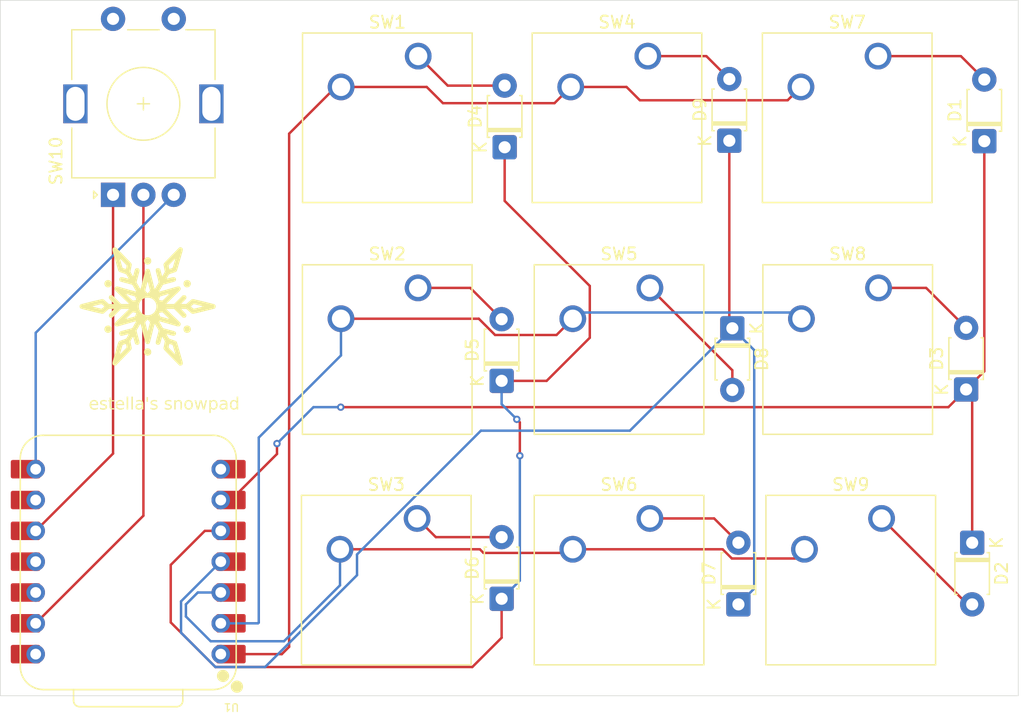
<source format=kicad_pcb>
(kicad_pcb (version 20241229) (generator "pcbnew") (generator_version "9.0")
  (layers (0 "F.Cu" signal) (2 "B.Cu" signal) (13 "F.Paste" user) (15 "B.Paste" user) (5 "F.SilkS" user "F.Silkscreen") (7 "B.SilkS" user "B.Silkscreen") (1 "F.Mask" user) (3 "B.Mask" user) (25 "Edge.Cuts" user))
  (net 0 "")
  (net 1 "row2")
  (net 2 "Net-(D1-A)")
  (net 3 "Net-(D2-A)")
  (net 4 "Net-(D3-A)")
  (net 5 "Net-(D4-A)")
  (net 6 "row1")
  (net 7 "Net-(D5-A)")
  (net 8 "Net-(D6-A)")
  (net 9 "Net-(D7-A)")
  (net 10 "row0")
  (net 11 "Net-(D8-A)")
  (net 12 "Net-(D9-A)")
  (net 13 "col1")
  (net 14 "col2")
  (net 15 "col3")
  (net 16 "Net-(U1-GPIO4{slash}MISO)")
  (net 17 "Net-(U1-GPIO1{slash}RX)")
  (net 18 "GND")
  (net 22 "b")
  (net 23 "a")
  (footprint "Button_Switch_Keyboard:SW_Cherry_MX_1.00u_PCB" (layer "F.Cu") (at 172.71 78.67)
    (property "Reference" "SW5" (at -2.54 -2.794 0) (layer "F.SilkS"))
    (property "Value" "SW_Push")
    (pad "" np_thru_hole circle (at -7.62 5.08) (size 1.7 1.7) (drill 1.7) (layers "*.Cu" "*.Mask"))
    (pad "" np_thru_hole circle (at -2.54 5.08) (size 4 4) (drill 4) (layers "*.Cu" "*.Mask"))
    (pad "" np_thru_hole circle (at 2.54 5.08) (size 1.7 1.7) (drill 1.7) (layers "*.Cu" "*.Mask"))
    (pad "1" thru_hole circle (at 0 0) (size 2.2 2.2) (drill 1.5) (layers "*.Cu" "*.Mask") (net 11 "Net-(D8-A)"))
    (pad "2" thru_hole circle (at -6.35 2.54) (size 2.2 2.2) (drill 1.5) (layers "*.Cu" "*.Mask") (net 14 "col2"))
  )
  (footprint "KiCad:XIAO-RP2040-DIP" (layer "F.Cu") (at 129.75 101.2315 180)
    (property "Reference" "U1" (at -8.5 -12 180) (layer "F.SilkS") (effects (font (size 0.635 0.635) (thickness 0.1016))))
    (property "Value" "XIAO-RP2040-DIP" (hide yes))
    (pad "1" smd roundrect (at -8.455 -7.62) (size 2.432 1.524) (layers "F.Cu" "F.Mask") (roundrect_rratio 0.1) (net 13 "col1"))
    (pad "1" thru_hole circle (at -7.62 -7.62) (size 1.524 1.524) (drill 0.889) (layers "*.Cu" "*.Mask") (net 13 "col1"))
    (pad "2" smd roundrect (at -8.455 -5.08) (size 2.432 1.524) (layers "F.Cu" "F.Mask") (roundrect_rratio 0.1) (net 14 "col2"))
    (pad "2" thru_hole circle (at -7.62 -5.08) (size 1.524 1.524) (drill 0.889) (layers "*.Cu" "*.Mask") (net 14 "col2"))
    (pad "3" smd roundrect (at -8.455 -2.54) (size 2.432 1.524) (layers "F.Cu" "F.Mask") (roundrect_rratio 0.1) (net 15 "col3"))
    (pad "3" thru_hole circle (at -7.62 -2.54) (size 1.524 1.524) (drill 0.889) (layers "*.Cu" "*.Mask") (net 15 "col3"))
    (pad "4" smd roundrect (at -8.455 0) (size 2.432 1.524) (layers "F.Cu" "F.Mask") (roundrect_rratio 0.1) (net 10 "row0"))
    (pad "4" thru_hole circle (at -7.62 0) (size 1.524 1.524) (drill 0.889) (layers "*.Cu" "*.Mask") (net 10 "row0"))
    (pad "5" smd roundrect (at -8.455 2.54) (size 2.432 1.524) (layers "F.Cu" "F.Mask") (roundrect_rratio 0.1) (net 6 "row1"))
    (pad "5" thru_hole circle (at -7.62 2.54) (size 1.524 1.524) (drill 0.889) (layers "*.Cu" "*.Mask") (net 6 "row1"))
    (pad "6" smd roundrect (at -8.455 5.08) (size 2.432 1.524) (layers "F.Cu" "F.Mask") (roundrect_rratio 0.1) (net 1 "row2"))
    (pad "6" thru_hole circle (at -7.62 5.08) (size 1.524 1.524) (drill 0.889) (layers "*.Cu" "*.Mask") (net 1 "row2"))
    (pad "7" smd roundrect (at -8.455 7.62) (size 2.432 1.524) (layers "F.Cu" "F.Mask") (roundrect_rratio 0.1) (net 23 "a"))
    (pad "7" thru_hole circle (at -7.62 7.62) (size 1.524 1.524) (drill 0.889) (layers "*.Cu" "*.Mask") (net 23 "a"))
    (pad "8" thru_hole circle (at 7.62 7.62 180) (size 1.524 1.524) (drill 0.889) (layers "*.Cu" "*.Mask") (net 17 "Net-(U1-GPIO1{slash}RX)"))
    (pad "8" smd roundrect (at 8.455 7.62 180) (size 2.432 1.524) (layers "F.Cu" "F.Mask") (roundrect_rratio 0.1) (net 17 "Net-(U1-GPIO1{slash}RX)"))
    (pad "9" thru_hole circle (at 7.62 5.08 180) (size 1.524 1.524) (drill 0.889) (layers "*.Cu" "*.Mask"))
    (pad "9" smd roundrect (at 8.455 5.08 180) (size 2.432 1.524) (layers "F.Cu" "F.Mask") (roundrect_rratio 0.1))
    (pad "10" thru_hole circle (at 7.62 2.54 180) (size 1.524 1.524) (drill 0.889) (layers "*.Cu" "*.Mask") (net 16 "Net-(U1-GPIO4{slash}MISO)"))
    (pad "10" smd roundrect (at 8.455 2.54 180) (size 2.432 1.524) (layers "F.Cu" "F.Mask") (roundrect_rratio 0.1) (net 16 "Net-(U1-GPIO4{slash}MISO)"))
    (pad "11" thru_hole circle (at 7.62 0 180) (size 1.524 1.524) (drill 0.889) (layers "*.Cu" "*.Mask") (net 22 "b"))
    (pad "11" smd roundrect (at 8.455 0 180) (size 2.432 1.524) (layers "F.Cu" "F.Mask") (roundrect_rratio 0.1) (net 22 "b"))
    (pad "12" thru_hole circle (at 7.62 -2.54 180) (size 1.524 1.524) (drill 0.889) (layers "*.Cu" "*.Mask"))
    (pad "12" smd roundrect (at 8.455 -2.54 180) (size 2.432 1.524) (layers "F.Cu" "F.Mask") (roundrect_rratio 0.1))
    (pad "13" thru_hole circle (at 7.62 -5.08 180) (size 1.524 1.524) (drill 0.889) (layers "*.Cu" "*.Mask") (net 18 "GND"))
    (pad "13" smd roundrect (at 8.455 -5.08 180) (size 2.432 1.524) (layers "F.Cu" "F.Mask") (roundrect_rratio 0.1) (net 18 "GND"))
    (pad "14" thru_hole circle (at 7.62 -7.62 180) (size 1.524 1.524) (drill 0.889) (layers "*.Cu" "*.Mask"))
    (pad "14" smd roundrect (at 8.455 -7.62 180) (size 2.432 1.524) (layers "F.Cu" "F.Mask") (roundrect_rratio 0.1))
  )
  (footprint "Diode_THT:D_T-1_P5.08mm_Horizontal" (layer "F.Cu") (at 160.5 104.29 90)
    (property "Reference" "D6" (at 2.54 -2.42 90) (layer "F.SilkS"))
    (property "Value" "D")
    (fp_text user "K" (at 0 -2 90) (layer "F.SilkS"))
    (pad "1" thru_hole roundrect (at 0 0 90) (size 2 2) (drill 1) (layers "*.Cu" "*.Mask") (roundrect_rratio 0.125) (net 6 "row1"))
    (pad "2" thru_hole circle (at 5.08 0 90) (size 2 2) (drill 1) (layers "*.Cu" "*.Mask") (net 8 "Net-(D6-A)"))
  )
  (footprint "Button_Switch_Keyboard:SW_Cherry_MX_1.00u_PCB" (layer "F.Cu") (at 153.63 59.57)
    (property "Reference" "SW1" (at -2.54 -2.794 0) (layer "F.SilkS"))
    (property "Value" "SW_Push")
    (pad "" np_thru_hole circle (at -7.62 5.08) (size 1.7 1.7) (drill 1.7) (layers "*.Cu" "*.Mask"))
    (pad "" np_thru_hole circle (at -2.54 5.08) (size 4 4) (drill 4) (layers "*.Cu" "*.Mask"))
    (pad "" np_thru_hole circle (at 2.54 5.08) (size 1.7 1.7) (drill 1.7) (layers "*.Cu" "*.Mask"))
    (pad "1" thru_hole circle (at 0 0) (size 2.2 2.2) (drill 1.5) (layers "*.Cu" "*.Mask") (net 5 "Net-(D4-A)"))
    (pad "2" thru_hole circle (at -6.35 2.54) (size 2.2 2.2) (drill 1.5) (layers "*.Cu" "*.Mask") (net 13 "col1"))
  )
  (footprint "Button_Switch_Keyboard:SW_Cherry_MX_1.00u_PCB" (layer "F.Cu") (at 191.54 78.67)
    (property "Reference" "SW8" (at -2.54 -2.794 0) (layer "F.SilkS"))
    (property "Value" "SW_Push")
    (pad "" np_thru_hole circle (at -7.62 5.08) (size 1.7 1.7) (drill 1.7) (layers "*.Cu" "*.Mask"))
    (pad "" np_thru_hole circle (at -2.54 5.08) (size 4 4) (drill 4) (layers "*.Cu" "*.Mask"))
    (pad "" np_thru_hole circle (at 2.54 5.08) (size 1.7 1.7) (drill 1.7) (layers "*.Cu" "*.Mask"))
    (pad "1" thru_hole circle (at 0 0) (size 2.2 2.2) (drill 1.5) (layers "*.Cu" "*.Mask") (net 4 "Net-(D3-A)"))
    (pad "2" thru_hole circle (at -6.35 2.54) (size 2.2 2.2) (drill 1.5) (layers "*.Cu" "*.Mask") (net 14 "col2"))
  )
  (footprint "Diode_THT:D_T-1_P5.08mm_Horizontal" (layer "F.Cu") (at 179.5 82 -90)
    (property "Reference" "D8" (at 2.54 -2.42 270) (layer "F.SilkS"))
    (property "Value" "D")
    (fp_text user "K" (at 0 -2 270) (layer "F.SilkS"))
    (pad "1" thru_hole roundrect (at 0 0 270) (size 2 2) (drill 1) (layers "*.Cu" "*.Mask") (roundrect_rratio 0.125) (net 10 "row0"))
    (pad "2" thru_hole circle (at 5.08 0 270) (size 2 2) (drill 1) (layers "*.Cu" "*.Mask") (net 11 "Net-(D8-A)"))
  )
  (footprint "Diode_THT:D_T-1_P5.08mm_Horizontal" (layer "F.Cu") (at 200.25 66.58 90)
    (property "Reference" "D1" (at 2.54 -2.42 90) (layer "F.SilkS"))
    (property "Value" "D")
    (fp_text user "K" (at 0 -2 90) (layer "F.SilkS"))
    (pad "1" thru_hole roundrect (at 0 0 90) (size 2 2) (drill 1) (layers "*.Cu" "*.Mask") (roundrect_rratio 0.125) (net 1 "row2"))
    (pad "2" thru_hole circle (at 5.08 0 90) (size 2 2) (drill 1) (layers "*.Cu" "*.Mask") (net 2 "Net-(D1-A)"))
  )
  (footprint "Diode_THT:D_T-1_P5.08mm_Horizontal" (layer "F.Cu") (at 180 104.75 90)
    (property "Reference" "D7" (at 2.54 -2.42 90) (layer "F.SilkS"))
    (property "Value" "D")
    (fp_text user "K" (at 0 -2 90) (layer "F.SilkS"))
    (pad "1" thru_hole roundrect (at 0 0 90) (size 2 2) (drill 1) (layers "*.Cu" "*.Mask") (roundrect_rratio 0.125) (net 10 "row0"))
    (pad "2" thru_hole circle (at 5.08 0 90) (size 2 2) (drill 1) (layers "*.Cu" "*.Mask") (net 9 "Net-(D7-A)"))
  )
  (footprint "Graphics:Untitled" (layer "F.Cu") (at 131.39 80.17 90)
    (property "Reference" "G***" (hide yes))
    (property "Value" "LOGO" (hide yes))
  )
  (footprint "Diode_THT:D_T-1_P5.08mm_Horizontal" (layer "F.Cu") (at 198.75 87.04 90)
    (property "Reference" "D3" (at 2.54 -2.42 90) (layer "F.SilkS"))
    (property "Value" "D")
    (fp_text user "K" (at 0 -2 90) (layer "F.SilkS"))
    (pad "1" thru_hole roundrect (at 0 0 90) (size 2 2) (drill 1) (layers "*.Cu" "*.Mask") (roundrect_rratio 0.125) (net 1 "row2"))
    (pad "2" thru_hole circle (at 5.08 0 90) (size 2 2) (drill 1) (layers "*.Cu" "*.Mask") (net 4 "Net-(D3-A)"))
  )
  (footprint "Diode_THT:D_T-1_P5.08mm_Horizontal" (layer "F.Cu") (at 179.25 66.54 90)
    (property "Reference" "D9" (at 2.54 -2.42 90) (layer "F.SilkS"))
    (property "Value" "D")
    (fp_text user "K" (at 0 -2 90) (layer "F.SilkS"))
    (pad "1" thru_hole roundrect (at 0 0 90) (size 2 2) (drill 1) (layers "*.Cu" "*.Mask") (roundrect_rratio 0.125) (net 10 "row0"))
    (pad "2" thru_hole circle (at 5.08 0 90) (size 2 2) (drill 1) (layers "*.Cu" "*.Mask") (net 12 "Net-(D9-A)"))
  )
  (footprint "Button_Switch_Keyboard:SW_Cherry_MX_1.00u_PCB" (layer "F.Cu") (at 172.54 59.57)
    (property "Reference" "SW4" (at -2.54 -2.794 0) (layer "F.SilkS"))
    (property "Value" "SW_Push")
    (pad "" np_thru_hole circle (at -7.62 5.08) (size 1.7 1.7) (drill 1.7) (layers "*.Cu" "*.Mask"))
    (pad "" np_thru_hole circle (at -2.54 5.08) (size 4 4) (drill 4) (layers "*.Cu" "*.Mask"))
    (pad "" np_thru_hole circle (at 2.54 5.08) (size 1.7 1.7) (drill 1.7) (layers "*.Cu" "*.Mask"))
    (pad "1" thru_hole circle (at 0 0) (size 2.2 2.2) (drill 1.5) (layers "*.Cu" "*.Mask") (net 12 "Net-(D9-A)"))
    (pad "2" thru_hole circle (at -6.35 2.54) (size 2.2 2.2) (drill 1.5) (layers "*.Cu" "*.Mask") (net 13 "col1"))
  )
  (footprint "Diode_THT:D_T-1_P5.08mm_Horizontal" (layer "F.Cu") (at 199.25 99.67 -90)
    (property "Reference" "D2" (at 2.54 -2.42 270) (layer "F.SilkS"))
    (property "Value" "D")
    (fp_text user "K" (at 0 -2 270) (layer "F.SilkS"))
    (pad "1" thru_hole roundrect (at 0 0 270) (size 2 2) (drill 1) (layers "*.Cu" "*.Mask") (roundrect_rratio 0.125) (net 1 "row2"))
    (pad "2" thru_hole circle (at 5.08 0 270) (size 2 2) (drill 1) (layers "*.Cu" "*.Mask") (net 3 "Net-(D2-A)"))
  )
  (footprint "Button_Switch_Keyboard:SW_Cherry_MX_1.00u_PCB" (layer "F.Cu") (at 153.54 97.67)
    (property "Reference" "SW3" (at -2.54 -2.794 0) (layer "F.SilkS"))
    (property "Value" "SW_Push")
    (pad "" np_thru_hole circle (at -7.62 5.08) (size 1.7 1.7) (drill 1.7) (layers "*.Cu" "*.Mask"))
    (pad "" np_thru_hole circle (at -2.54 5.08) (size 4 4) (drill 4) (layers "*.Cu" "*.Mask"))
    (pad "" np_thru_hole circle (at 2.54 5.08) (size 1.7 1.7) (drill 1.7) (layers "*.Cu" "*.Mask"))
    (pad "1" thru_hole circle (at 0 0) (size 2.2 2.2) (drill 1.5) (layers "*.Cu" "*.Mask") (net 8 "Net-(D6-A)"))
    (pad "2" thru_hole circle (at -6.35 2.54) (size 2.2 2.2) (drill 1.5) (layers "*.Cu" "*.Mask") (net 15 "col3"))
  )
  (footprint "Diode_THT:D_T-1_P5.08mm_Horizontal" (layer "F.Cu") (at 160.75 67.08 90)
    (property "Reference" "D4" (at 2.54 -2.42 90) (layer "F.SilkS"))
    (property "Value" "D")
    (fp_text user "K" (at 0 -2 90) (layer "F.SilkS"))
    (pad "1" thru_hole roundrect (at 0 0 90) (size 2 2) (drill 1) (layers "*.Cu" "*.Mask") (roundrect_rratio 0.125) (net 6 "row1"))
    (pad "2" thru_hole circle (at 5.08 0 90) (size 2 2) (drill 1) (layers "*.Cu" "*.Mask") (net 5 "Net-(D4-A)"))
  )
  (footprint "Button_Switch_Keyboard:SW_Cherry_MX_1.00u_PCB" (layer "F.Cu") (at 191.79 97.67)
    (property "Reference" "SW9" (at -2.54 -2.794 0) (layer "F.SilkS"))
    (property "Value" "SW_Push")
    (pad "" np_thru_hole circle (at -7.62 5.08) (size 1.7 1.7) (drill 1.7) (layers "*.Cu" "*.Mask"))
    (pad "" np_thru_hole circle (at -2.54 5.08) (size 4 4) (drill 4) (layers "*.Cu" "*.Mask"))
    (pad "" np_thru_hole circle (at 2.54 5.08) (size 1.7 1.7) (drill 1.7) (layers "*.Cu" "*.Mask"))
    (pad "1" thru_hole circle (at 0 0) (size 2.2 2.2) (drill 1.5) (layers "*.Cu" "*.Mask") (net 3 "Net-(D2-A)"))
    (pad "2" thru_hole circle (at -6.35 2.54) (size 2.2 2.2) (drill 1.5) (layers "*.Cu" "*.Mask") (net 15 "col3"))
  )
  (footprint "Diode_THT:D_T-1_P5.08mm_Horizontal" (layer "F.Cu") (at 160.5 86.33 90)
    (property "Reference" "D5" (at 2.54 -2.42 90) (layer "F.SilkS"))
    (property "Value" "D")
    (fp_text user "K" (at 0 -2 90) (layer "F.SilkS"))
    (pad "1" thru_hole roundrect (at 0 0 90) (size 2 2) (drill 1) (layers "*.Cu" "*.Mask") (roundrect_rratio 0.125) (net 6 "row1"))
    (pad "2" thru_hole circle (at 5.08 0 90) (size 2 2) (drill 1) (layers "*.Cu" "*.Mask") (net 7 "Net-(D5-A)"))
  )
  (footprint "Rotary_Encoder:RotaryEncoder_Alps_EC11E-Switch_Vertical_H20mm" (layer "F.Cu") (at 128.5 71 90)
    (property "Reference" "SW10" (at 2.8 -4.7 90) (layer "F.SilkS"))
    (property "Value" "RotaryEncoder")
    (pad "A" thru_hole rect (at 0 0 90) (size 2 2) (drill 1) (layers "*.Cu" "*.Mask") (net 16 "Net-(U1-GPIO4{slash}MISO)"))
    (pad "B" thru_hole circle (at 0 5 90) (size 2 2) (drill 1) (layers "*.Cu" "*.Mask") (net 17 "Net-(U1-GPIO1{slash}RX)"))
    (pad "C" thru_hole circle (at 0 2.5 90) (size 2 2) (drill 1) (layers "*.Cu" "*.Mask") (net 18 "GND"))
    (pad "MP" thru_hole rect (at 7.5 -3.1 90) (size 3.2 2) (drill oval 2.8 1.5) (layers "*.Cu" "*.Mask"))
    (pad "MP" thru_hole rect (at 7.5 8.1 90) (size 3.2 2) (drill oval 2.8 1.5) (layers "*.Cu" "*.Mask"))
    (pad "S1" thru_hole circle (at 14.5 5 90) (size 2 2) (drill 1) (layers "*.Cu" "*.Mask"))
    (pad "S2" thru_hole circle (at 14.5 0 90) (size 2 2) (drill 1) (layers "*.Cu" "*.Mask"))
  )
  (footprint "Button_Switch_Keyboard:SW_Cherry_MX_1.00u_PCB" (layer "F.Cu") (at 191.5 59.57)
    (property "Reference" "SW7" (at -2.54 -2.794 0) (layer "F.SilkS"))
    (property "Value" "SW_Push")
    (pad "" np_thru_hole circle (at -7.62 5.08) (size 1.7 1.7) (drill 1.7) (layers "*.Cu" "*.Mask"))
    (pad "" np_thru_hole circle (at -2.54 5.08) (size 4 4) (drill 4) (layers "*.Cu" "*.Mask"))
    (pad "" np_thru_hole circle (at 2.54 5.08) (size 1.7 1.7) (drill 1.7) (layers "*.Cu" "*.Mask"))
    (pad "1" thru_hole circle (at 0 0) (size 2.2 2.2) (drill 1.5) (layers "*.Cu" "*.Mask") (net 2 "Net-(D1-A)"))
    (pad "2" thru_hole circle (at -6.35 2.54) (size 2.2 2.2) (drill 1.5) (layers "*.Cu" "*.Mask") (net 13 "col1"))
  )
  (footprint "Button_Switch_Keyboard:SW_Cherry_MX_1.00u_PCB" (layer "F.Cu") (at 172.71 97.67)
    (property "Reference" "SW6" (at -2.54 -2.794 0) (layer "F.SilkS"))
    (property "Value" "SW_Push")
    (pad "" np_thru_hole circle (at -7.62 5.08) (size 1.7 1.7) (drill 1.7) (layers "*.Cu" "*.Mask"))
    (pad "" np_thru_hole circle (at -2.54 5.08) (size 4 4) (drill 4) (layers "*.Cu" "*.Mask"))
    (pad "" np_thru_hole circle (at 2.54 5.08) (size 1.7 1.7) (drill 1.7) (layers "*.Cu" "*.Mask"))
    (pad "1" thru_hole circle (at 0 0) (size 2.2 2.2) (drill 1.5) (layers "*.Cu" "*.Mask") (net 9 "Net-(D7-A)"))
    (pad "2" thru_hole circle (at -6.35 2.54) (size 2.2 2.2) (drill 1.5) (layers "*.Cu" "*.Mask") (net 15 "col3"))
  )
  (footprint "Button_Switch_Keyboard:SW_Cherry_MX_1.00u_PCB" (layer "F.Cu") (at 153.62 78.67)
    (property "Reference" "SW2" (at -2.54 -2.794 0) (layer "F.SilkS"))
    (property "Value" "SW_Push")
    (pad "" np_thru_hole circle (at -7.62 5.08) (size 1.7 1.7) (drill 1.7) (layers "*.Cu" "*.Mask"))
    (pad "" np_thru_hole circle (at -2.54 5.08) (size 4 4) (drill 4) (layers "*.Cu" "*.Mask"))
    (pad "" np_thru_hole circle (at 2.54 5.08) (size 1.7 1.7) (drill 1.7) (layers "*.Cu" "*.Mask"))
    (pad "1" thru_hole circle (at 0 0) (size 2.2 2.2) (drill 1.5) (layers "*.Cu" "*.Mask") (net 7 "Net-(D5-A)"))
    (pad "2" thru_hole circle (at -6.35 2.54) (size 2.2 2.2) (drill 1.5) (layers "*.Cu" "*.Mask") (net 14 "col2"))
  )
  (gr_rect (start 119.215 54.97) (end 203.045 112.28) (stroke (width 0.05)) (fill no) (layer "Edge.Cuts"))
  (gr_text "estella's snowpad" (at 126.49 88.86 0) (layer "F.SilkS") (effects (font (size 1 1) (thickness 0.1)) (justify left bottom)))
  (segment (start 200.25 85.54) (end 198.75 87.04) (width 0.2) (layer "F.Cu") (net 1))
  (segment (start 147.25 88.5) (end 197.29 88.5) (width 0.2) (layer "F.Cu") (net 1))
  (segment (start 138.205 96.1515) (end 142 92.3565) (width 0.2) (layer "F.Cu") (net 1))
  (segment (start 199.25 87.54) (end 198.75 87.04) (width 0.2) (layer "F.Cu") (net 1))
  (segment (start 142 92.3565) (end 142 91.5) (width 0.2) (layer "F.Cu") (net 1))
  (segment (start 197.29 88.5) (end 198.75 87.04) (width 0.2) (layer "F.Cu") (net 1))
  (segment (start 199.25 99.67) (end 199.25 87.54) (width 0.2) (layer "F.Cu") (net 1))
  (segment (start 200.25 66.58) (end 200.25 85.54) (width 0.2) (layer "F.Cu") (net 1))
  (via (at 147.25 88.5) (size 0.6) (drill 0.3) (layers "F.Cu" "B.Cu") (net 1))
  (via (at 142 91.5) (size 0.6) (drill 0.3) (layers "F.Cu" "B.Cu") (net 1))
  (segment (start 145 88.5) (end 147.25 88.5) (width 0.2) (layer "B.Cu") (net 1))
  (segment (start 142 91.5) (end 145 88.5) (width 0.2) (layer "B.Cu") (net 1))
  (segment (start 191.5 59.57) (end 198.32 59.57) (width 0.2) (layer "F.Cu") (net 2))
  (segment (start 198.32 59.57) (end 200.25 61.5) (width 0.2) (layer "F.Cu") (net 2))
  (segment (start 191.79 97.67) (end 198.87 104.75) (width 0.2) (layer "F.Cu") (net 3))
  (segment (start 198.87 104.75) (end 199.25 104.75) (width 0.2) (layer "F.Cu") (net 3))
  (segment (start 198.75 81.96) (end 195.46 78.67) (width 0.2) (layer "F.Cu") (net 4))
  (segment (start 195.46 78.67) (end 191.54 78.67) (width 0.2) (layer "F.Cu") (net 4))
  (segment (start 153.63 59.57) (end 156.06 62) (width 0.2) (layer "F.Cu") (net 5))
  (segment (start 156.06 62) (end 160.75 62) (width 0.2) (layer "F.Cu") (net 5))
  (segment (start 158.0855 109.9145) (end 160.5 107.5) (width 0.2) (layer "F.Cu") (net 6))
  (segment (start 160.75 71.5) (end 160.75 67.08) (width 0.2) (layer "F.Cu") (net 6))
  (segment (start 136.0585 98.6915) (end 133.25 101.5) (width 0.2) (layer "F.Cu") (net 6))
  (segment (start 167.761 78.511) (end 160.75 71.5) (width 0.2) (layer "F.Cu") (net 6))
  (segment (start 167.761 82.77747) (end 167.761 78.511) (width 0.2) (layer "F.Cu") (net 6))
  (segment (start 162 92.5) (end 162 89.75) (width 0.2) (layer "F.Cu") (net 6))
  (segment (start 162 89.75) (end 161.75 89.5) (width 0.2) (layer "F.Cu") (net 6))
  (segment (start 160.5 86.33) (end 164.20847 86.33) (width 0.2) (layer "F.Cu") (net 6))
  (segment (start 138.205 98.6915) (end 136.0585 98.6915) (width 0.2) (layer "F.Cu") (net 6))
  (segment (start 133.25 101.5) (end 133.25 106.23481) (width 0.2) (layer "F.Cu") (net 6))
  (segment (start 164.20847 86.33) (end 167.761 82.77747) (width 0.2) (layer "F.Cu") (net 6))
  (segment (start 136.92969 109.9145) (end 158.0855 109.9145) (width 0.2) (layer "F.Cu") (net 6))
  (segment (start 160.5 107.5) (end 160.5 104.29) (width 0.2) (layer "F.Cu") (net 6))
  (segment (start 133.25 106.23481) (end 136.92969 109.9145) (width 0.2) (layer "F.Cu") (net 6))
  (via (at 162 92.5) (size 0.6) (drill 0.3) (layers "F.Cu" "B.Cu") (net 6))
  (via (at 161.75 89.5) (size 0.6) (drill 0.3) (layers "F.Cu" "B.Cu") (net 6))
  (segment (start 160.5 88.25) (end 160.5 86.33) (width 0.2) (layer "B.Cu") (net 6))
  (segment (start 160.5 104.29) (end 162 102.79) (width 0.2) (layer "B.Cu") (net 6))
  (segment (start 162 102.79) (end 162 92.5) (width 0.2) (layer "B.Cu") (net 6))
  (segment (start 161.75 89.5) (end 160.5 88.25) (width 0.2) (layer "B.Cu") (net 6))
  (segment (start 153.62 78.67) (end 157.92 78.67) (width 0.2) (layer "F.Cu") (net 7))
  (segment (start 157.92 78.67) (end 160.5 81.25) (width 0.2) (layer "F.Cu") (net 7))
  (segment (start 155.08 99.21) (end 160.5 99.21) (width 0.2) (layer "F.Cu") (net 8))
  (segment (start 153.54 97.67) (end 155.08 99.21) (width 0.2) (layer "F.Cu") (net 8))
  (segment (start 172.71 97.67) (end 178 97.67) (width 0.2) (layer "F.Cu") (net 9))
  (segment (start 178 97.67) (end 180 99.67) (width 0.2) (layer "F.Cu") (net 9))
  (segment (start 179.25 66.54) (end 179.25 81.75) (width 0.2) (layer "F.Cu") (net 10))
  (segment (start 179.25 81.75) (end 179.5 82) (width 0.2) (layer "F.Cu") (net 10))
  (segment (start 181.301 83.801) (end 179.5 82) (width 0.2) (layer "B.Cu") (net 10))
  (segment (start 179.5 82) (end 171.063 90.437) (width 0.2) (layer "B.Cu") (net 10))
  (segment (start 158.791686 90.437) (end 171.063 90.437) (width 0.2) (layer "B.Cu") (net 10))
  (segment (start 148.591 102.34457) (end 148.591 100.637686) (width 0.2) (layer "B.Cu") (net 10))
  (segment (start 137.37 101.2315) (end 134.099 104.5025) (width 0.2) (layer "B.Cu") (net 10))
  (segment (start 134.099 107.08381) (end 136.92969 109.9145) (width 0.2) (layer "B.Cu") (net 10))
  (segment (start 148.591 100.637686) (end 158.791686 90.437) (width 0.2) (layer "B.Cu") (net 10))
  (segment (start 180 104.75) (end 181.301 103.449) (width 0.2) (layer "B.Cu") (net 10))
  (segment (start 181.301 103.449) (end 181.301 83.801) (width 0.2) (layer "B.Cu") (net 10))
  (segment (start 136.92969 109.9145) (end 141.02107 109.9145) (width 0.2) (layer "B.Cu") (net 10))
  (segment (start 134.099 104.5025) (end 134.099 107.08381) (width 0.2) (layer "B.Cu") (net 10))
  (segment (start 141.02107 109.9145) (end 148.591 102.34457) (width 0.2) (layer "B.Cu") (net 10))
  (segment (start 172.71 78.67) (end 179.5 85.46) (width 0.2) (layer "F.Cu") (net 11))
  (segment (start 179.5 85.46) (end 179.5 87.08) (width 0.2) (layer "F.Cu") (net 11))
  (segment (start 177.36 59.57) (end 179.25 61.46) (width 0.2) (layer "F.Cu") (net 12))
  (segment (start 172.54 59.57) (end 177.36 59.57) (width 0.2) (layer "F.Cu") (net 12))
  (segment (start 185.15 62.11) (end 184.050001 63.209999) (width 0.2) (layer "F.Cu") (net 13))
  (segment (start 146.85153 62.11) (end 143 65.96153) (width 0.2) (layer "F.Cu") (net 13))
  (segment (start 143 108.25) (end 142.3985 108.8515) (width 0.2) (layer "F.Cu") (net 13))
  (segment (start 147.28 62.11) (end 154.32847 62.11) (width 0.2) (layer "F.Cu") (net 13))
  (segment (start 143 65.96153) (end 143 108.25) (width 0.2) (layer "F.Cu") (net 13))
  (segment (start 142.3985 108.8515) (end 138.205 108.8515) (width 0.2) (layer "F.Cu") (net 13))
  (segment (start 154.32847 62.11) (end 155.66747 63.449) (width 0.2) (layer "F.Cu") (net 13))
  (segment (start 164.851 63.449) (end 166.19 62.11) (width 0.2) (layer "F.Cu") (net 13))
  (segment (start 155.66747 63.449) (end 164.851 63.449) (width 0.2) (layer "F.Cu") (net 13))
  (segment (start 170.784816 62.11) (end 166.19 62.11) (width 0.2) (layer "F.Cu") (net 13))
  (segment (start 147.28 62.11) (end 146.85153 62.11) (width 0.2) (layer "F.Cu") (net 13))
  (segment (start 184.050001 63.209999) (end 171.884815 63.209999) (width 0.2) (layer "F.Cu") (net 13))
  (segment (start 171.884815 63.209999) (end 170.784816 62.11) (width 0.2) (layer "F.Cu") (net 13))
  (segment (start 159.961108 82.551) (end 165.019 82.551) (width 0.2) (layer "F.Cu") (net 14))
  (segment (start 165.019 82.551) (end 166.36 81.21) (width 0.2) (layer "F.Cu") (net 14))
  (segment (start 158.620108 81.21) (end 159.961108 82.551) (width 0.2) (layer "F.Cu") (net 14))
  (segment (start 147.27 81.21) (end 158.620108 81.21) (width 0.2) (layer "F.Cu") (net 14))
  (segment (start 184.679 80.699) (end 166.871 80.699) (width 0.2) (layer "B.Cu") (net 14))
  (segment (start 147.27 84.235184) (end 147.27 81.21) (width 0.2) (layer "B.Cu") (net 14))
  (segment (start 140.5 91.005184) (end 147.27 84.235184) (width 0.2) (layer "B.Cu") (net 14))
  (segment (start 140.4385 106.3115) (end 140.5 106.25) (width 0.2) (layer "B.Cu") (net 14))
  (segment (start 185.19 81.21) (end 184.679 80.699) (width 0.2) (layer "B.Cu") (net 14))
  (segment (start 140.5 106.25) (end 140.5 91.005184) (width 0.2) (layer "B.Cu") (net 14))
  (segment (start 166.871 80.699) (end 166.36 81.21) (width 0.2) (layer "B.Cu") (net 14))
  (segment (start 137.37 106.3115) (end 140.4385 106.3115) (width 0.2) (layer "B.Cu") (net 14))
  (segment (start 179.461108 100.971) (end 184.679 100.971) (width 0.2) (layer "F.Cu") (net 15))
  (segment (start 178.700108 100.21) (end 179.461108 100.971) (width 0.2) (layer "F.Cu") (net 15))
  (segment (start 166.059 100.511) (end 166.36 100.21) (width 0.2) (layer "F.Cu") (net 15))
  (segment (start 166.36 100.21) (end 178.700108 100.21) (width 0.2) (layer "F.Cu") (net 15))
  (segment (start 159.00716 100.511) (end 166.059 100.511) (width 0.2) (layer "F.Cu") (net 15))
  (segment (start 158.70616 100.21) (end 159.00716 100.511) (width 0.2) (layer "F.Cu") (net 15))
  (segment (start 184.679 100.971) (end 185.44 100.21) (width 0.2) (layer "F.Cu") (net 15))
  (segment (start 147.19 100.21) (end 158.70616 100.21) (width 0.2) (layer "F.Cu") (net 15))
  (segment (start 134.5 104.75) (end 134.5 105.75) (width 0.2) (layer "B.Cu") (net 15))
  (segment (start 135.4785 103.7715) (end 134.5 104.75) (width 0.2) (layer "B.Cu") (net 15))
  (segment (start 136.5385 107.7885) (end 142.57997 107.7885) (width 0.2) (layer "B.Cu") (net 15))
  (segment (start 137.37 103.7715) (end 135.4785 103.7715) (width 0.2) (layer "B.Cu") (net 15))
  (segment (start 134.5 105.75) (end 136.5385 107.7885) (width 0.2) (layer "B.Cu") (net 15))
  (segment (start 147.19 103.17847) (end 147.19 100.21) (width 0.2) (layer "B.Cu") (net 15))
  (segment (start 142.57997 107.7885) (end 147.19 103.17847) (width 0.2) (layer "B.Cu") (net 15))
  (segment (start 128.5 92.3215) (end 128.5 71) (width 0.2) (layer "F.Cu") (net 16))
  (segment (start 122.13 98.6915) (end 128.5 92.3215) (width 0.2) (layer "F.Cu") (net 16))
  (segment (start 122.13 93.6115) (end 122.13 82.37) (width 0.2) (layer "B.Cu") (net 17))
  (segment (start 122.13 82.37) (end 133.5 71) (width 0.2) (layer "B.Cu") (net 17))
  (segment (start 131 97.4415) (end 131 71) (width 0.2) (layer "F.Cu") (net 18))
  (segment (start 122.13 106.3115) (end 131 97.4415) (width 0.2) (layer "F.Cu") (net 18))
)
</source>
